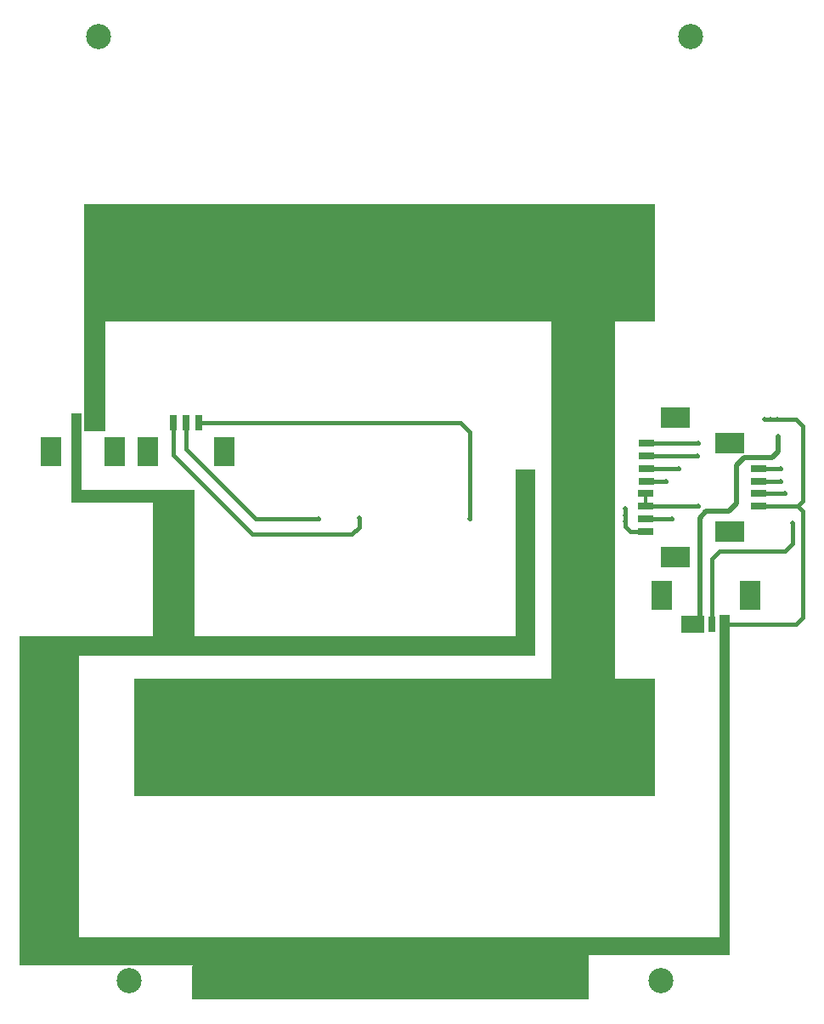
<source format=gbl>
G04*
G04 #@! TF.GenerationSoftware,Altium Limited,Altium Designer,18.1.9 (240)*
G04*
G04 Layer_Physical_Order=2*
G04 Layer_Color=16711680*
%FSLAX25Y25*%
%MOIN*%
G70*
G01*
G75*
%ADD11C,0.01000*%
%ADD31C,0.01500*%
%ADD32C,0.09843*%
%ADD33C,0.45000*%
%ADD34C,0.02000*%
%ADD35R,0.03150X0.06299*%
%ADD36R,0.08268X0.11811*%
%ADD37R,0.06299X0.03150*%
%ADD38R,0.11811X0.08268*%
%ADD39C,0.02000*%
%ADD40C,0.01200*%
G36*
X285000Y146500D02*
X276000D01*
Y153000D01*
X285000D01*
Y146500D01*
D02*
G37*
G36*
X40410Y202500D02*
X85000D01*
Y197500D01*
Y145000D01*
X211000D01*
Y210500D01*
X218500D01*
Y137500D01*
X39370D01*
X39370Y27136D01*
X239500Y27136D01*
Y27136D01*
X291000D01*
Y153500D01*
X295000D01*
Y26500D01*
Y20000D01*
X239500D01*
Y16136D01*
Y2701D01*
X84000D01*
Y15847D01*
X84289Y16136D01*
X16224D01*
X16224Y27136D01*
X16224D01*
X16224Y145000D01*
X39370Y145000D01*
Y145000D01*
X68500D01*
Y197500D01*
X40410D01*
Y197500D01*
X36500Y197500D01*
X36500Y232500D01*
X40410D01*
X40410Y202500D01*
D02*
G37*
G36*
X265500Y268636D02*
X250000D01*
Y128636D01*
X265500D01*
Y82636D01*
X61224D01*
Y128636D01*
X225000D01*
Y268636D01*
X50000D01*
Y225500D01*
X41500D01*
Y314636D01*
X265500D01*
Y268636D01*
D02*
G37*
D11*
X40449Y199551D02*
X50224D01*
X38539Y201461D02*
X40449Y199551D01*
X38539Y201461D02*
Y228917D01*
X239500Y22500D02*
X290264D01*
X292882Y25118D01*
Y140791D01*
D31*
X149421Y187921D02*
Y191333D01*
X146658Y185158D02*
X149421Y187921D01*
X107658Y185158D02*
X146658D01*
X323500Y152500D02*
Y194000D01*
X320791Y149791D02*
X323500Y152500D01*
X292882Y149791D02*
X320791D01*
X192724Y191136D02*
Y225276D01*
X189083Y228917D02*
X192724Y225276D01*
X86461Y228917D02*
X189083D01*
X313500Y230000D02*
X321000D01*
X311000D02*
X313500D01*
X308500D02*
X311000D01*
X323500Y198236D02*
Y227500D01*
X321000Y230000D02*
X323500Y227500D01*
X254000Y192500D02*
Y195000D01*
Y190000D02*
Y192500D01*
Y188000D02*
Y190000D01*
X321382Y196118D02*
X323500Y198236D01*
X291000Y178500D02*
X316500D01*
X287961Y175461D02*
X291000Y178500D01*
X287961Y149791D02*
Y175461D01*
X316500Y178500D02*
X319500Y181500D01*
X306248Y201000D02*
X316500D01*
X306209Y201039D02*
X306248Y201000D01*
X319500Y181500D02*
Y189500D01*
X261959Y191197D02*
X272303D01*
X254000Y188000D02*
X255724Y186276D01*
X261959D01*
X321382Y196118D02*
X323500Y194000D01*
X306209Y196118D02*
X321382D01*
X76618Y216197D02*
Y228917D01*
Y216197D02*
X107658Y185158D01*
X108813Y191187D02*
X133673D01*
X81539Y218461D02*
X108813Y191187D01*
X81539Y218461D02*
Y228917D01*
X306209Y210882D02*
X314961D01*
X306209Y205961D02*
X314961D01*
X262057Y205961D02*
X269961D01*
X261959Y196118D02*
X282500D01*
X262057Y210882D02*
X274882D01*
X262057Y215803D02*
X282303D01*
X262057Y220724D02*
X282500D01*
D32*
X267717Y10043D02*
D03*
X59055Y10043D02*
D03*
X279527Y380122D02*
D03*
X47244D02*
D03*
D33*
X242535Y105663D02*
D03*
X163323D02*
D03*
X84114D02*
D03*
X242533Y291663D02*
D03*
X163323D02*
D03*
X84112D02*
D03*
D34*
X308500Y230000D02*
D03*
X311000D02*
D03*
X313500D02*
D03*
X316500Y201000D02*
D03*
X319500Y189500D02*
D03*
X314000Y223500D02*
D03*
Y221150D02*
D03*
Y219000D02*
D03*
X272303Y191197D02*
D03*
X254000Y190000D02*
D03*
Y192500D02*
D03*
Y195000D02*
D03*
X314961Y210882D02*
D03*
X314961Y205961D02*
D03*
X269961Y205961D02*
D03*
X282500Y196118D02*
D03*
X274882Y210882D02*
D03*
X282303Y215803D02*
D03*
X282500Y220724D02*
D03*
X217224Y209136D02*
D03*
Y206636D02*
D03*
Y204136D02*
D03*
X214724Y209136D02*
D03*
Y206636D02*
D03*
Y204136D02*
D03*
X212224Y209136D02*
D03*
Y204136D02*
D03*
X194000Y13201D02*
D03*
X196500D02*
D03*
X199000D02*
D03*
X201500D02*
D03*
X204000D02*
D03*
X206500D02*
D03*
X70224Y199551D02*
D03*
X131000Y13201D02*
D03*
X128500D02*
D03*
X126000D02*
D03*
X123500D02*
D03*
X121000D02*
D03*
X118500D02*
D03*
X212224Y206636D02*
D03*
X192724Y191136D02*
D03*
X149421Y191333D02*
D03*
X133673Y191187D02*
D03*
X63224Y20136D02*
D03*
X60724D02*
D03*
X58224D02*
D03*
X55724D02*
D03*
X53224D02*
D03*
X50724D02*
D03*
X82724Y199551D02*
D03*
X80224D02*
D03*
X77724D02*
D03*
X75224D02*
D03*
X72724D02*
D03*
X62724D02*
D03*
X60224D02*
D03*
X57724D02*
D03*
X55224D02*
D03*
X52724D02*
D03*
X50224D02*
D03*
D35*
X292882Y149791D02*
D03*
X278118Y149791D02*
D03*
X283039D02*
D03*
X287961D02*
D03*
X38539Y228917D02*
D03*
X43461D02*
D03*
X86461Y228917D02*
D03*
X81539D02*
D03*
X76618D02*
D03*
D36*
X302921Y161209D02*
D03*
X268079D02*
D03*
X53500Y217500D02*
D03*
X28500Y217500D02*
D03*
X66579Y217500D02*
D03*
X96500D02*
D03*
D37*
X306209Y210882D02*
D03*
X306209Y196118D02*
D03*
Y201039D02*
D03*
Y205961D02*
D03*
X262057Y205961D02*
D03*
X262057Y210882D02*
D03*
Y215803D02*
D03*
Y220724D02*
D03*
X261959Y201039D02*
D03*
Y196118D02*
D03*
Y191197D02*
D03*
Y186276D02*
D03*
D38*
X294791Y220921D02*
D03*
Y186079D02*
D03*
X273474Y230764D02*
D03*
Y176236D02*
D03*
D39*
X314000Y221150D02*
Y223500D01*
Y219000D02*
Y221150D01*
Y217500D02*
Y219000D01*
X285500Y194000D02*
X294500D01*
X283039Y191539D02*
X285500Y194000D01*
X283039Y149791D02*
Y191539D01*
X311500Y215000D02*
X314000Y217500D01*
X300500Y215000D02*
X311500D01*
X297500Y212000D02*
X300500Y215000D01*
X297500Y197000D02*
Y212000D01*
X294500Y194000D02*
X297500Y197000D01*
D40*
X261959Y196118D02*
Y201039D01*
M02*

</source>
